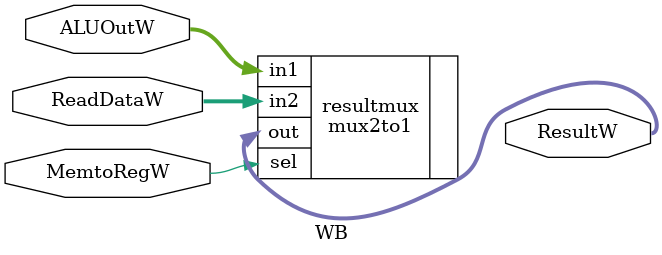
<source format=v>
module WB(
    MemtoRegW,
    ALUOutW,
    ReadDataW,
    ResultW
);

input MemtoRegW;
input [31:0] ALUOutW, ReadDataW;
output [31:0] ResultW;

mux2to1 resultmux(
    .in1(ALUOutW),
    .in2(ReadDataW),
    .sel(MemtoRegW),
    .out(ResultW)
);

endmodule
</source>
